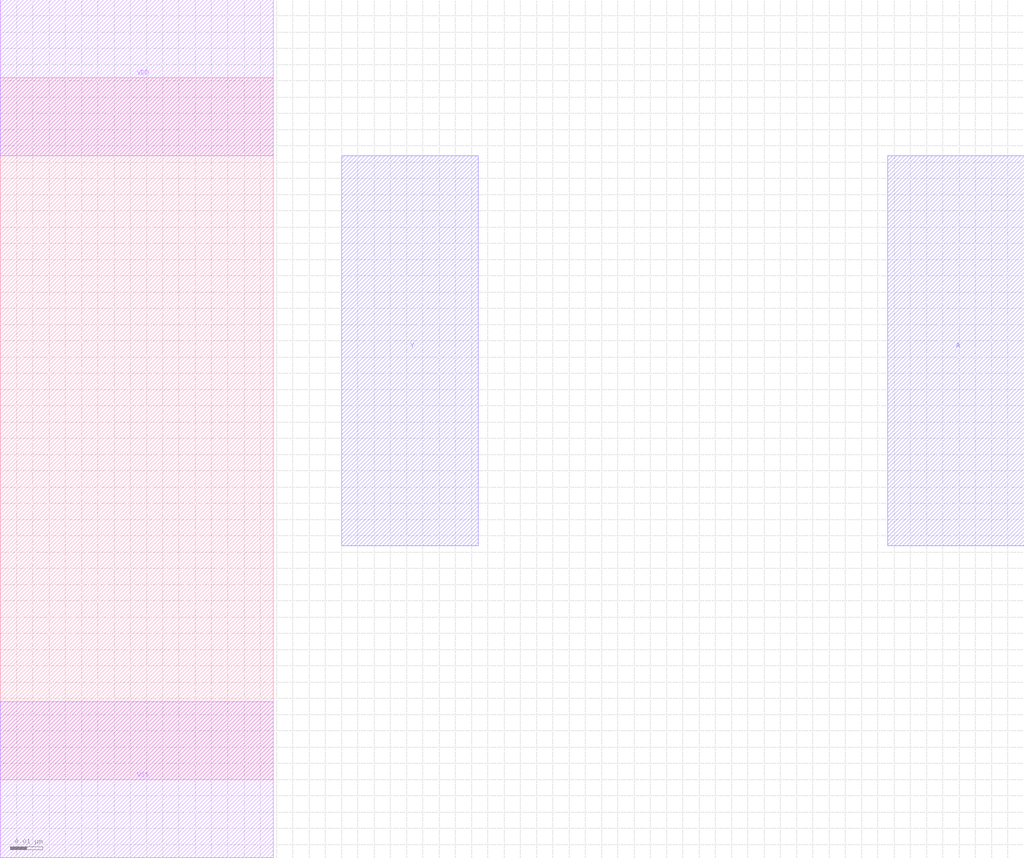
<source format=lef>
VERSION 5.8 ;
BUSBITCHARS "[]" ;
DIVIDERCHAR "/" ;
CLEARANCEMEASURE EUCLIDEAN ;

MACRO INVx1_ASAP7_75t_R
  CLASS CORE ;
  ORIGIN 0 0 ;
  FOREIGN INVx1_ASAP7_75t_R 0 0 ;
  SIZE 0.084 BY 0.216 ;
  SYMMETRY X Y ;
  SITE coreSite ;
  PIN Y
    DIRECTION OUTPUT ;
    USE SIGNAL ;
    PORT
      LAYER M1 ;
        RECT 0.105 0.072 0.147 0.192 ;
    END
  END Y
  PIN A
    DIRECTION INPUT ;
    USE SIGNAL ;
    PORT
      LAYER M1 ;
        RECT 0.273 0.072 0.315 0.192 ;
    END
  END A
  PIN VDD
    DIRECTION INOUT ;
    USE POWER ;
    SHAPE ABUTMENT ;
    PORT
      LAYER M0 ;
        RECT 0.000 0.192 0.084 0.240 ;
    END
  END VDD
  PIN VSS
    DIRECTION INOUT ;
    USE GROUND ;
    SHAPE ABUTMENT ;
    PORT
      LAYER M0 ;
        RECT 0.000 -0.024 0.084 0.024 ;
    END
  END VSS
END INVx1_ASAP7_75t_R

SITE coreSite
	CLASS CORE ;
	SYMMETRY X Y R90 ;
	SIZE 0.084 BY 0.216 ;
END coreSite

END LIBRARY

</source>
